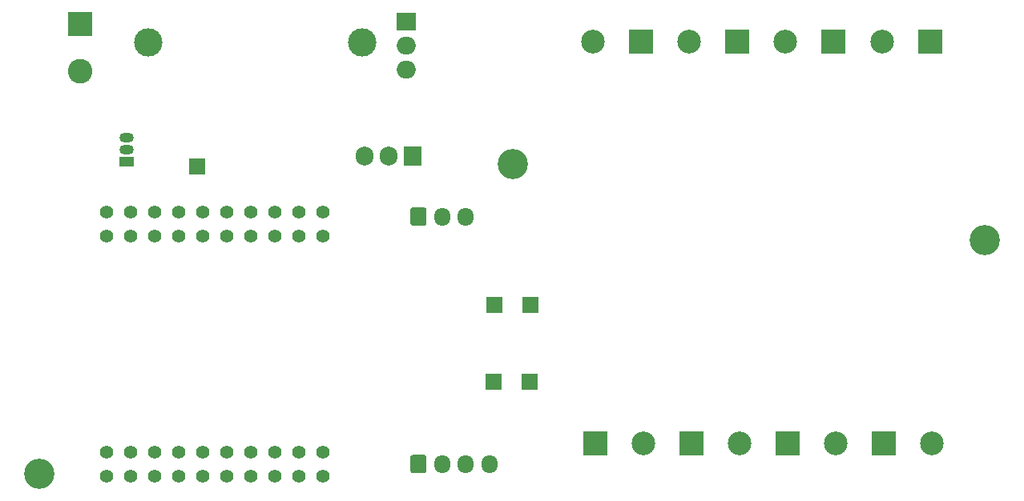
<source format=gbs>
G04 #@! TF.GenerationSoftware,KiCad,Pcbnew,5.1.11-e4df9d881f~92~ubuntu20.04.1*
G04 #@! TF.CreationDate,2021-11-04T20:32:51+01:00*
G04 #@! TF.ProjectId,CC dimmer low voltage,43432064-696d-46d6-9572-206c6f772076,0.98*
G04 #@! TF.SameCoordinates,Original*
G04 #@! TF.FileFunction,Soldermask,Bot*
G04 #@! TF.FilePolarity,Negative*
%FSLAX46Y46*%
G04 Gerber Fmt 4.6, Leading zero omitted, Abs format (unit mm)*
G04 Created by KiCad (PCBNEW 5.1.11-e4df9d881f~92~ubuntu20.04.1) date 2021-11-04 20:32:51*
%MOMM*%
%LPD*%
G01*
G04 APERTURE LIST*
%ADD10C,3.000000*%
%ADD11R,1.700000X1.700000*%
%ADD12C,3.200000*%
%ADD13O,1.700000X1.950000*%
%ADD14O,2.000000X1.905000*%
%ADD15R,2.000000X1.905000*%
%ADD16O,1.500000X1.050000*%
%ADD17R,1.500000X1.050000*%
%ADD18R,1.905000X2.000000*%
%ADD19O,1.905000X2.000000*%
%ADD20R,2.600000X2.600000*%
%ADD21C,2.600000*%
%ADD22C,1.400000*%
%ADD23C,2.500000*%
%ADD24R,2.500000X2.500000*%
G04 APERTURE END LIST*
D10*
X134731400Y-80642200D03*
X112131400Y-80642200D03*
D11*
X152423300Y-116495000D03*
X152473300Y-108445000D03*
D12*
X150652000Y-93545000D03*
X100619200Y-126286000D03*
X200466600Y-101521000D03*
G36*
G01*
X139802000Y-99782200D02*
X139802000Y-98332200D01*
G75*
G02*
X140052000Y-98082200I250000J0D01*
G01*
X141252000Y-98082200D01*
G75*
G02*
X141502000Y-98332200I0J-250000D01*
G01*
X141502000Y-99782200D01*
G75*
G02*
X141252000Y-100032200I-250000J0D01*
G01*
X140052000Y-100032200D01*
G75*
G02*
X139802000Y-99782200I0J250000D01*
G01*
G37*
D13*
X143152000Y-99057200D03*
X145652000Y-99057200D03*
G36*
G01*
X139802000Y-125969600D02*
X139802000Y-124519600D01*
G75*
G02*
X140052000Y-124269600I250000J0D01*
G01*
X141252000Y-124269600D01*
G75*
G02*
X141502000Y-124519600I0J-250000D01*
G01*
X141502000Y-125969600D01*
G75*
G02*
X141252000Y-126219600I-250000J0D01*
G01*
X140052000Y-126219600D01*
G75*
G02*
X139802000Y-125969600I0J250000D01*
G01*
G37*
X143152000Y-125244600D03*
X145652000Y-125244600D03*
X148152000Y-125244600D03*
D11*
X148652000Y-108445000D03*
X148602000Y-116495000D03*
X117230800Y-93774000D03*
D14*
X139354200Y-83487000D03*
X139354200Y-80947000D03*
D15*
X139354200Y-78407000D03*
D16*
X109839400Y-91996000D03*
X109839400Y-90726000D03*
D17*
X109839400Y-93266000D03*
D18*
X140040000Y-92681800D03*
D19*
X137500000Y-92681800D03*
X134960000Y-92681800D03*
D20*
X104932000Y-78685000D03*
D21*
X104932000Y-83685000D03*
D22*
X107722000Y-124025000D03*
X107722000Y-126565000D03*
X110262000Y-126565000D03*
X110262000Y-124025000D03*
X112802000Y-126565000D03*
X112802000Y-124025000D03*
X115342000Y-126565000D03*
X115342000Y-124025000D03*
X117882000Y-126565000D03*
X117882000Y-124025000D03*
X120422000Y-126565000D03*
X120422000Y-124025000D03*
X122962000Y-126565000D03*
X122962000Y-124025000D03*
X125502000Y-126565000D03*
X125502000Y-124025000D03*
X128042000Y-126565000D03*
X128042000Y-124025000D03*
X130582000Y-126565000D03*
X130582000Y-124025000D03*
X107722000Y-101165000D03*
X107722000Y-98625000D03*
X110262000Y-101165000D03*
X110262000Y-98625000D03*
X112802000Y-101165000D03*
X112802000Y-98625000D03*
X115342000Y-101165000D03*
X115342000Y-98625000D03*
X117882000Y-101165000D03*
X117882000Y-98625000D03*
X120422000Y-101165000D03*
X120422000Y-98625000D03*
X122962000Y-101165000D03*
X122962000Y-98625000D03*
X125502000Y-101165000D03*
X125502000Y-98625000D03*
X128042000Y-101165000D03*
X128042000Y-98625000D03*
X130582000Y-101165000D03*
X130582000Y-98625000D03*
D23*
X159122000Y-80535000D03*
D24*
X164202000Y-80535000D03*
X174372000Y-80535000D03*
D23*
X169292000Y-80535000D03*
X179452000Y-80535000D03*
D24*
X184532000Y-80535000D03*
X194702000Y-80535000D03*
D23*
X189622000Y-80535000D03*
D24*
X189792000Y-123025000D03*
D23*
X194872000Y-123025000D03*
X184712000Y-123025000D03*
D24*
X179632000Y-123025000D03*
X169472000Y-123025000D03*
D23*
X174552000Y-123025000D03*
X164402000Y-123025000D03*
D24*
X159322000Y-123025000D03*
M02*

</source>
